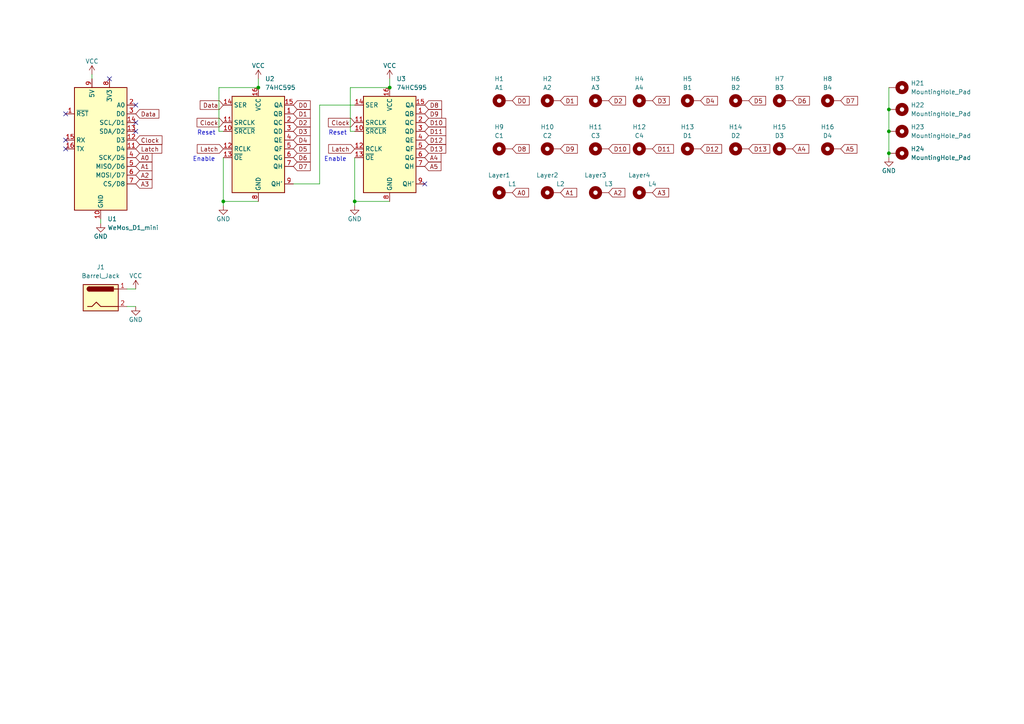
<source format=kicad_sch>
(kicad_sch (version 20231120) (generator "eeschema") (generator_version "8.0")
  (paper "A4")
  (lib_symbols
    (symbol "74xx:74HC595"
      (property "Reference" "U" (at -7.62 13.97 0))
      (property "Value" "74HC595" (at -7.62 -16.51 0))
      (symbol "74HC595_1_0"
        (pin tri_state line (at 10.16 7.62 180) (length 2.54) (name "QB") (number "1"))
        (pin input line (at -10.16 2.54 0) (length 2.54) (name "~{SRCLR}") (number "10"))
        (pin input line (at -10.16 5.08 0) (length 2.54) (name "SRCLK") (number "11"))
        (pin input line (at -10.16 -2.54 0) (length 2.54) (name "RCLK") (number "12"))
        (pin input line (at -10.16 -5.08 0) (length 2.54) (name "~{OE}") (number "13"))
        (pin input line (at -10.16 10.16 0) (length 2.54) (name "SER") (number "14"))
        (pin tri_state line (at 10.16 10.16 180) (length 2.54) (name "QA") (number "15"))
        (pin power_in line (at 0 15.24 270) (length 2.54) (name "VCC") (number "16"))
        (pin tri_state line (at 10.16 5.08 180) (length 2.54) (name "QC") (number "2"))
        (pin tri_state line (at 10.16 2.54 180) (length 2.54) (name "QD") (number "3"))
        (pin tri_state line (at 10.16 0 180) (length 2.54) (name "QE") (number "4"))
        (pin tri_state line (at 10.16 -2.54 180) (length 2.54) (name "QF") (number "5"))
        (pin tri_state line (at 10.16 -5.08 180) (length 2.54) (name "QG") (number "6"))
        (pin tri_state line (at 10.16 -7.62 180) (length 2.54) (name "QH") (number "7"))
        (pin power_in line (at 0 -17.78 90) (length 2.54) (name "GND") (number "8"))
        (pin output line (at 10.16 -12.7 180) (length 2.54) (name "QH'") (number "9"))
      )
      (symbol "74HC595_1_1"
        (rectangle (start -7.62 12.7) (end 7.62 -15.24) (stroke (width 0.254)) (fill (type background)))
      )
    )
    (symbol "Connector:Barrel_Jack" (pin_names (offset 1.016))
      (property "Reference" "J" (at 0 5.334 0))
      (property "Value" "Barrel_Jack" (at 0 -5.08 0))
      (symbol "Barrel_Jack_0_1"
        (rectangle (start -5.08 3.81) (end 5.08 -3.81) (stroke (width 0.254)) (fill (type background)))
        (arc (start -3.302 3.175) (mid -3.9343 2.54) (end -3.302 1.905) (stroke (width 0.254)))
        (arc (start -3.302 3.175) (mid -3.9343 2.54) (end -3.302 1.905) (stroke (width 0.254)) (fill (type outline)))
        (polyline (pts (xy 5.08 2.54) (xy 3.81 2.54)) (stroke (width 0.254)))
        (polyline (pts (xy -3.81 -2.54) (xy -2.54 -2.54) (xy -1.27 -1.27) (xy 0 -2.54) (xy 2.54 -2.54) (xy 5.08 -2.54)) (stroke (width 0.254)))
        (rectangle (start 3.683 3.175) (end -3.302 1.905) (stroke (width 0.254)) (fill (type outline)))
      )
      (symbol "Barrel_Jack_1_1"
        (pin passive line (at 7.62 2.54 180) (length 2.54) (name "~") (number "1"))
        (pin passive line (at 7.62 -2.54 180) (length 2.54) (name "~") (number "2"))
      )
    )
    (symbol "MCU_Module:WeMos_D1_mini"
      (property "Reference" "U" (at 3.81 19.05 0))
      (property "Value" "WeMos_D1_mini" (at 1.27 -19.05 0))
      (symbol "WeMos_D1_mini_1_1"
        (rectangle (start -7.62 17.78) (end 7.62 -17.78) (stroke (width 0.254)) (fill (type background)))
        (pin input line (at -10.16 10.16 0) (length 2.54) (name "~{RST}") (number "1"))
        (pin power_in line (at 0 -20.32 90) (length 2.54) (name "GND") (number "10"))
        (pin bidirectional line (at 10.16 0 180) (length 2.54) (name "D4") (number "11"))
        (pin bidirectional line (at 10.16 2.54 180) (length 2.54) (name "D3") (number "12"))
        (pin bidirectional line (at 10.16 5.08 180) (length 2.54) (name "SDA/D2") (number "13"))
        (pin bidirectional line (at 10.16 7.62 180) (length 2.54) (name "SCL/D1") (number "14"))
        (pin input line (at -10.16 2.54 0) (length 2.54) (name "RX") (number "15"))
        (pin output line (at -10.16 0 0) (length 2.54) (name "TX") (number "16"))
        (pin input line (at 10.16 12.7 180) (length 2.54) (name "A0") (number "2"))
        (pin bidirectional line (at 10.16 10.16 180) (length 2.54) (name "D0") (number "3"))
        (pin bidirectional line (at 10.16 -2.54 180) (length 2.54) (name "SCK/D5") (number "4"))
        (pin bidirectional line (at 10.16 -5.08 180) (length 2.54) (name "MISO/D6") (number "5"))
        (pin bidirectional line (at 10.16 -7.62 180) (length 2.54) (name "MOSI/D7") (number "6"))
        (pin bidirectional line (at 10.16 -10.16 180) (length 2.54) (name "CS/D8") (number "7"))
        (pin power_out line (at 2.54 20.32 270) (length 2.54) (name "3V3") (number "8"))
        (pin power_in line (at -2.54 20.32 270) (length 2.54) (name "5V") (number "9"))
      )
    )
    (symbol "Mechanical:MountingHole_Pad" (pin_numbers hide) (pin_names (offset 1.016) hide)
      (property "Reference" "H" (at 0 6.35 0))
      (property "Value" "MountingHole_Pad" (at 0 4.445 0))
      (symbol "MountingHole_Pad_0_1"
        (circle (center 0 1.27) (radius 1.27) (stroke (width 1.27)))
      )
      (symbol "MountingHole_Pad_1_1"
        (pin input line (at 0 -2.54 90) (length 2.54) (name "1") (number "1"))
      )
    )
    (symbol "power:GND" (power) (pin_names (offset 0))
      (property "Value" "GND" (at 0 -3.81 0))
      (symbol "GND_0_1"
        (polyline (pts (xy 0 0) (xy 0 -1.27) (xy 1.27 -1.27) (xy 0 -2.54) (xy -1.27 -1.27) (xy 0 -1.27)))
      )
      (symbol "GND_1_1"
        (pin power_in line (at 0 0 270) (length 0) hide (name "GND") (number "1"))
      )
    )
    (symbol "power:VCC" (power) (pin_names (offset 0))
      (property "Value" "VCC" (at 0 3.81 0))
      (symbol "VCC_0_1"
        (polyline (pts (xy -0.762 1.27) (xy 0 2.54)))
        (polyline (pts (xy 0 0) (xy 0 2.54)))
        (polyline (pts (xy 0 2.54) (xy 0.762 1.27)))
      )
      (symbol "VCC_1_1"
        (pin power_in line (at 0 0 90) (length 0) hide (name "VCC") (number "1"))
      )
    )
  )
  (junction (at 257.81 31.75))
  (junction (at 74.93 25.4))
  (junction (at 113.03 25.4))
  (junction (at 257.81 44.45))
  (junction (at 102.87 58.42))
  (junction (at 257.81 38.1))
  (junction (at 64.77 58.42))
  (no_connect (at 39.37 38.1))
  (no_connect (at 123.19 53.34))
  (no_connect (at 39.37 35.56))
  (no_connect (at 19.05 33.02))
  (no_connect (at 19.05 43.18))
  (no_connect (at 39.37 30.48))
  (no_connect (at 31.75 22.86))
  (no_connect (at 19.05 40.64))
  (wire (pts (xy 64.77 38.1) (xy 63.5 38.1)))
  (wire (pts (xy 102.87 58.42) (xy 113.03 58.42)))
  (wire (pts (xy 26.67 21.59) (xy 26.67 22.86)))
  (wire (pts (xy 29.21 63.5) (xy 29.21 64.77)))
  (wire (pts (xy 74.93 58.42) (xy 64.77 58.42)))
  (wire (pts (xy 101.6 25.4) (xy 113.03 25.4)))
  (wire (pts (xy 63.5 25.4) (xy 63.5 38.1)))
  (wire (pts (xy 113.03 22.86) (xy 113.03 25.4)))
  (wire (pts (xy 102.87 59.69) (xy 102.87 58.42)))
  (wire (pts (xy 85.09 53.34) (xy 92.71 53.34)))
  (wire (pts (xy 257.81 44.45) (xy 257.81 45.72)))
  (wire (pts (xy 257.81 25.4) (xy 257.81 31.75)))
  (wire (pts (xy 92.71 53.34) (xy 92.71 30.48)))
  (wire (pts (xy 92.71 30.48) (xy 102.87 30.48)))
  (wire (pts (xy 102.87 58.42) (xy 102.87 45.72)))
  (wire (pts (xy 64.77 58.42) (xy 64.77 59.69)))
  (wire (pts (xy 63.5 25.4) (xy 74.93 25.4)))
  (wire (pts (xy 36.83 88.9) (xy 39.37 88.9)))
  (wire (pts (xy 257.81 38.1) (xy 257.81 44.45)))
  (wire (pts (xy 102.87 38.1) (xy 101.6 38.1)))
  (wire (pts (xy 101.6 38.1) (xy 101.6 25.4)))
  (wire (pts (xy 74.93 22.86) (xy 74.93 25.4)))
  (wire (pts (xy 36.83 83.82) (xy 39.37 83.82)))
  (wire (pts (xy 64.77 45.72) (xy 64.77 58.42)))
  (wire (pts (xy 257.81 31.75) (xy 257.81 38.1)))
  (text "Reset" (at 57.15 39.37 0) (effects (font (size 1.27 1.27)) (justify left bottom)))
  (text "Enable" (at 55.88 46.99 0) (effects (font (size 1.27 1.27)) (justify left bottom)))
  (text "Reset" (at 95.25 39.37 0) (effects (font (size 1.27 1.27)) (justify left bottom)))
  (text "Enable" (at 93.98 46.99 0) (effects (font (size 1.27 1.27)) (justify left bottom)))
  (global_label "Clock" (shape input) (at 64.77 35.56 180) (property "Intersheetrefs" "${INTERSHEET_REFS}" (effects (hide yes))))
  (global_label "D9" (shape input) (at 162.56 43.18 0) (property "Intersheetrefs" "${INTERSHEET_REFS}" (effects (hide yes))))
  (global_label "D3" (shape input) (at 85.09 38.1 0) (property "Intersheetrefs" "${INTERSHEET_REFS}" (effects (hide yes))))
  (global_label "A5" (shape input) (at 123.19 48.26 0) (property "Intersheetrefs" "${INTERSHEET_REFS}" (effects (hide yes))))
  (global_label "Data" (shape input) (at 64.77 30.48 180) (property "Intersheetrefs" "${INTERSHEET_REFS}" (effects (hide yes))))
  (global_label "D0" (shape input) (at 148.59 29.21 0) (property "Intersheetrefs" "${INTERSHEET_REFS}" (effects (hide yes))))
  (global_label "D8" (shape input) (at 148.59 43.18 0) (property "Intersheetrefs" "${INTERSHEET_REFS}" (effects (hide yes))))
  (global_label "D6" (shape input) (at 229.87 29.21 0) (property "Intersheetrefs" "${INTERSHEET_REFS}" (effects (hide yes))))
  (global_label "D13" (shape input) (at 217.17 43.18 0) (property "Intersheetrefs" "${INTERSHEET_REFS}" (effects (hide yes))))
  (global_label "Latch" (shape input) (at 102.87 43.18 180) (property "Intersheetrefs" "${INTERSHEET_REFS}" (effects (hide yes))))
  (global_label "A0" (shape input) (at 39.37 45.72 0) (property "Intersheetrefs" "${INTERSHEET_REFS}" (effects (hide yes))))
  (global_label "D1" (shape input) (at 85.09 33.02 0) (property "Intersheetrefs" "${INTERSHEET_REFS}" (effects (hide yes))))
  (global_label "D3" (shape input) (at 189.23 29.21 0) (property "Intersheetrefs" "${INTERSHEET_REFS}" (effects (hide yes))))
  (global_label "A2" (shape input) (at 39.37 50.8 0) (property "Intersheetrefs" "${INTERSHEET_REFS}" (effects (hide yes))))
  (global_label "D6" (shape input) (at 85.09 45.72 0) (property "Intersheetrefs" "${INTERSHEET_REFS}" (effects (hide yes))))
  (global_label "D11" (shape input) (at 123.19 38.1 0) (property "Intersheetrefs" "${INTERSHEET_REFS}" (effects (hide yes))))
  (global_label "D2" (shape input) (at 85.09 35.56 0) (property "Intersheetrefs" "${INTERSHEET_REFS}" (effects (hide yes))))
  (global_label "A1" (shape input) (at 162.56 55.88 0) (property "Intersheetrefs" "${INTERSHEET_REFS}" (effects (hide yes))))
  (global_label "D10" (shape input) (at 123.19 35.56 0) (property "Intersheetrefs" "${INTERSHEET_REFS}" (effects (hide yes))))
  (global_label "D4" (shape input) (at 85.09 40.64 0) (property "Intersheetrefs" "${INTERSHEET_REFS}" (effects (hide yes))))
  (global_label "D5" (shape input) (at 85.09 43.18 0) (property "Intersheetrefs" "${INTERSHEET_REFS}" (effects (hide yes))))
  (global_label "Clock" (shape input) (at 39.37 40.64 0) (property "Intersheetrefs" "${INTERSHEET_REFS}" (effects (hide yes))))
  (global_label "A3" (shape input) (at 189.23 55.88 0) (property "Intersheetrefs" "${INTERSHEET_REFS}" (effects (hide yes))))
  (global_label "D0" (shape input) (at 85.09 30.48 0) (property "Intersheetrefs" "${INTERSHEET_REFS}" (effects (hide yes))))
  (global_label "Latch" (shape input) (at 64.77 43.18 180) (property "Intersheetrefs" "${INTERSHEET_REFS}" (effects (hide yes))))
  (global_label "A3" (shape input) (at 39.37 53.34 0) (property "Intersheetrefs" "${INTERSHEET_REFS}" (effects (hide yes))))
  (global_label "D4" (shape input) (at 203.2 29.21 0) (property "Intersheetrefs" "${INTERSHEET_REFS}" (effects (hide yes))))
  (global_label "D9" (shape input) (at 123.19 33.02 0) (property "Intersheetrefs" "${INTERSHEET_REFS}" (effects (hide yes))))
  (global_label "A4" (shape input) (at 123.19 45.72 0) (property "Intersheetrefs" "${INTERSHEET_REFS}" (effects (hide yes))))
  (global_label "D12" (shape input) (at 203.2 43.18 0) (property "Intersheetrefs" "${INTERSHEET_REFS}" (effects (hide yes))))
  (global_label "D10" (shape input) (at 176.53 43.18 0) (property "Intersheetrefs" "${INTERSHEET_REFS}" (effects (hide yes))))
  (global_label "D2" (shape input) (at 176.53 29.21 0) (property "Intersheetrefs" "${INTERSHEET_REFS}" (effects (hide yes))))
  (global_label "D8" (shape input) (at 123.19 30.48 0) (property "Intersheetrefs" "${INTERSHEET_REFS}" (effects (hide yes))))
  (global_label "Data" (shape input) (at 39.37 33.02 0) (property "Intersheetrefs" "${INTERSHEET_REFS}" (effects (hide yes))))
  (global_label "D11" (shape input) (at 189.23 43.18 0) (property "Intersheetrefs" "${INTERSHEET_REFS}" (effects (hide yes))))
  (global_label "D13" (shape input) (at 123.19 43.18 0) (property "Intersheetrefs" "${INTERSHEET_REFS}" (effects (hide yes))))
  (global_label "Clock" (shape input) (at 102.87 35.56 180) (property "Intersheetrefs" "${INTERSHEET_REFS}" (effects (hide yes))))
  (global_label "A5" (shape input) (at 243.84 43.18 0) (property "Intersheetrefs" "${INTERSHEET_REFS}" (effects (hide yes))))
  (global_label "Latch" (shape input) (at 39.37 43.18 0) (property "Intersheetrefs" "${INTERSHEET_REFS}" (effects (hide yes))))
  (global_label "D7" (shape input) (at 85.09 48.26 0) (property "Intersheetrefs" "${INTERSHEET_REFS}" (effects (hide yes))))
  (global_label "A1" (shape input) (at 39.37 48.26 0) (property "Intersheetrefs" "${INTERSHEET_REFS}" (effects (hide yes))))
  (global_label "A4" (shape input) (at 229.87 43.18 0) (property "Intersheetrefs" "${INTERSHEET_REFS}" (effects (hide yes))))
  (global_label "D5" (shape input) (at 217.17 29.21 0) (property "Intersheetrefs" "${INTERSHEET_REFS}" (effects (hide yes))))
  (global_label "D12" (shape input) (at 123.19 40.64 0) (property "Intersheetrefs" "${INTERSHEET_REFS}" (effects (hide yes))))
  (global_label "D7" (shape input) (at 243.84 29.21 0) (property "Intersheetrefs" "${INTERSHEET_REFS}" (effects (hide yes))))
  (global_label "D1" (shape input) (at 162.56 29.21 0) (property "Intersheetrefs" "${INTERSHEET_REFS}" (effects (hide yes))))
  (global_label "A2" (shape input) (at 176.53 55.88 0) (property "Intersheetrefs" "${INTERSHEET_REFS}" (effects (hide yes))))
  (global_label "A0" (shape input) (at 148.59 55.88 0) (property "Intersheetrefs" "${INTERSHEET_REFS}" (effects (hide yes))))
  (symbol (lib_id "Mechanical:MountingHole_Pad") (at 227.33 29.21 90) (unit 1)
    (property "Reference" "H7" (at 226.06 22.86 90))
    (property "Value" "B3" (at 226.06 25.4 90))
    (property "Footprint" "wirebase:wirebase_footprint" (effects (hide yes)))
  )
  (symbol (lib_id "Mechanical:MountingHole_Pad") (at 241.3 29.21 90) (unit 1)
    (property "Reference" "H8" (at 240.03 22.86 90))
    (property "Value" "B4" (at 240.03 25.4 90))
    (property "Footprint" "wirebase:wirebase_footprint" (effects (hide yes)))
  )
  (symbol (lib_id "Mechanical:MountingHole_Pad") (at 214.63 43.18 90) (unit 1)
    (property "Reference" "H14" (at 213.36 36.83 90))
    (property "Value" "D2" (at 213.36 39.37 90))
    (property "Footprint" "wirebase:wirebase_footprint" (effects (hide yes)))
  )
  (symbol (lib_id "Mechanical:MountingHole_Pad") (at 160.02 29.21 90) (unit 1)
    (property "Reference" "H2" (at 158.75 22.86 90))
    (property "Value" "A2" (at 158.75 25.4 90))
    (property "Footprint" "wirebase:wirebase_footprint" (effects (hide yes)))
  )
  (symbol (lib_id "74xx:74HC595") (at 74.93 40.64 0) (unit 1)
    (property "Reference" "U2" (at 76.8859 22.86 0) (effects (justify left)))
    (property "Value" "74HC595" (at 76.8859 25.4 0) (effects (justify left)))
    (property "Footprint" "Package_DIP:DIP-16_W7.62mm" (effects (hide yes)))
    (property "Datasheet" "http://www.ti.com/lit/ds/symlink/sn74hc595.pdf" (effects (hide yes)))
  )
  (symbol (lib_id "power:GND") (at 29.21 64.77 0) (unit 1)
    (property "Reference" "#PWR07" (effects (hide yes)))
    (property "Value" "GND" (at 29.21 68.58 0))
  )
  (symbol (lib_id "Mechanical:MountingHole_Pad") (at 214.63 29.21 90) (unit 1)
    (property "Reference" "H6" (at 213.36 22.86 90))
    (property "Value" "B2" (at 213.36 25.4 90))
    (property "Footprint" "wirebase:wirebase_footprint" (effects (hide yes)))
  )
  (symbol (lib_id "Mechanical:MountingHole_Pad") (at 260.35 25.4 270) (unit 1)
    (property "Reference" "H21" (at 264.16 24.13 90) (effects (justify left)))
    (property "Value" "MountingHole_Pad" (at 264.16 26.67 90) (effects (justify left)))
    (property "Footprint" "MountingHole:MountingHole_3mm_Pad_TopBottom" (effects (hide yes)))
  )
  (symbol (lib_id "Mechanical:MountingHole_Pad") (at 186.69 43.18 90) (unit 1)
    (property "Reference" "H12" (at 185.42 36.83 90))
    (property "Value" "C4" (at 185.42 39.37 90))
    (property "Footprint" "wirebase:wirebase_footprint" (effects (hide yes)))
  )
  (symbol (lib_id "Connector:Barrel_Jack") (at 29.21 86.36 0) (unit 1)
    (property "Reference" "J1" (at 29.21 77.47 0))
    (property "Value" "Barrel_Jack" (at 29.21 80.01 0))
    (property "Footprint" "Connector_BarrelJack:BarrelJack_Horizontal" (effects (hide yes)))
  )
  (symbol (lib_id "Mechanical:MountingHole_Pad") (at 200.66 43.18 90) (unit 1)
    (property "Reference" "H13" (at 199.39 36.83 90))
    (property "Value" "D1" (at 199.39 39.37 90))
    (property "Footprint" "wirebase:wirebase_footprint" (effects (hide yes)))
  )
  (symbol (lib_id "Mechanical:MountingHole_Pad") (at 241.3 43.18 90) (unit 1)
    (property "Reference" "H16" (at 240.03 36.83 90))
    (property "Value" "D4" (at 240.03 39.37 90))
    (property "Footprint" "wirebase:wirebase_footprint" (effects (hide yes)))
  )
  (symbol (lib_id "Mechanical:MountingHole_Pad") (at 173.99 29.21 90) (unit 1)
    (property "Reference" "H3" (at 172.72 22.86 90))
    (property "Value" "A3" (at 172.72 25.4 90))
    (property "Footprint" "wirebase:wirebase_footprint" (effects (hide yes)))
  )
  (symbol (lib_id "Mechanical:MountingHole_Pad") (at 260.35 44.45 270) (unit 1)
    (property "Reference" "H24" (at 264.16 43.18 90) (effects (justify left)))
    (property "Value" "MountingHole_Pad" (at 264.16 45.72 90) (effects (justify left)))
    (property "Footprint" "MountingHole:MountingHole_3mm_Pad_TopBottom" (effects (hide yes)))
  )
  (symbol (lib_id "Mechanical:MountingHole_Pad") (at 160.02 43.18 90) (unit 1)
    (property "Reference" "H10" (at 158.75 36.83 90))
    (property "Value" "C2" (at 158.75 39.37 90))
    (property "Footprint" "wirebase:wirebase_footprint" (effects (hide yes)))
  )
  (symbol (lib_id "power:VCC") (at 113.03 22.86 0) (unit 1)
    (property "Reference" "#PWR04" (effects (hide yes)))
    (property "Value" "VCC" (at 113.03 19.05 0))
  )
  (symbol (lib_id "power:VCC") (at 26.67 21.59 0) (unit 1)
    (property "Reference" "#PWR06" (effects (hide yes)))
    (property "Value" "VCC" (at 26.67 17.78 0))
  )
  (symbol (lib_id "74xx:74HC595") (at 113.03 40.64 0) (unit 1)
    (property "Reference" "U3" (at 114.9859 22.86 0) (effects (justify left)))
    (property "Value" "74HC595" (at 114.9859 25.4 0) (effects (justify left)))
    (property "Footprint" "Package_DIP:DIP-16_W7.62mm" (effects (hide yes)))
    (property "Datasheet" "http://www.ti.com/lit/ds/symlink/sn74hc595.pdf" (effects (hide yes)))
  )
  (symbol (lib_id "Mechanical:MountingHole_Pad") (at 260.35 31.75 270) (unit 1)
    (property "Reference" "H22" (at 264.16 30.48 90) (effects (justify left)))
    (property "Value" "MountingHole_Pad" (at 264.16 33.02 90) (effects (justify left)))
    (property "Footprint" "MountingHole:MountingHole_3mm_Pad_TopBottom" (effects (hide yes)))
  )
  (symbol (lib_id "Mechanical:MountingHole_Pad") (at 173.99 43.18 90) (unit 1)
    (property "Reference" "H11" (at 172.72 36.83 90))
    (property "Value" "C3" (at 172.72 39.37 90))
    (property "Footprint" "wirebase:wirebase_footprint" (effects (hide yes)))
  )
  (symbol (lib_id "Mechanical:MountingHole_Pad") (at 227.33 43.18 90) (unit 1)
    (property "Reference" "H15" (at 226.06 36.83 90))
    (property "Value" "D3" (at 226.06 39.37 90))
    (property "Footprint" "wirebase:wirebase_footprint" (effects (hide yes)))
  )
  (symbol (lib_id "power:GND") (at 64.77 59.69 0) (unit 1)
    (property "Reference" "#PWR02" (effects (hide yes)))
    (property "Value" "GND" (at 64.77 63.5 0))
  )
  (symbol (lib_id "power:GND") (at 102.87 59.69 0) (unit 1)
    (property "Reference" "#PWR03" (effects (hide yes)))
    (property "Value" "GND" (at 102.87 63.5 0))
  )
  (symbol (lib_id "Mechanical:MountingHole_Pad") (at 146.05 55.88 90) (unit 1)
    (property "Reference" "L1" (at 148.59 53.34 90))
    (property "Value" "Layer1" (at 144.78 50.8 90))
    (property "Footprint" "wirebase:wirebase_footprint" (effects (hide yes)))
  )
  (symbol (lib_id "Mechanical:MountingHole_Pad") (at 200.66 29.21 90) (unit 1)
    (property "Reference" "H5" (at 199.39 22.86 90))
    (property "Value" "B1" (at 199.39 25.4 90))
    (property "Footprint" "wirebase:wirebase_footprint" (effects (hide yes)))
  )
  (symbol (lib_id "MCU_Module:WeMos_D1_mini") (at 29.21 43.18 0) (unit 1)
    (property "Reference" "U1" (at 31.1659 63.5 0) (effects (justify left)))
    (property "Value" "WeMos_D1_mini" (at 31.1659 66.04 0) (effects (justify left)))
    (property "Footprint" "Module:WEMOS_D1_mini_light" (effects (hide yes)))
    (property "Datasheet" "https://wiki.wemos.cc/products:d1:d1_mini#documentation" (effects (hide yes)))
  )
  (symbol (lib_id "power:VCC") (at 39.37 83.82 0) (unit 1)
    (property "Reference" "#PWR010" (effects (hide yes)))
    (property "Value" "VCC" (at 39.37 80.01 0))
  )
  (symbol (lib_id "Mechanical:MountingHole_Pad") (at 186.69 55.88 90) (unit 1)
    (property "Reference" "L4" (at 189.23 53.34 90))
    (property "Value" "Layer4" (at 185.42 50.8 90))
    (property "Footprint" "wirebase:wirebase_footprint" (effects (hide yes)))
  )
  (symbol (lib_id "Mechanical:MountingHole_Pad") (at 146.05 43.18 90) (unit 1)
    (property "Reference" "H9" (at 144.78 36.83 90))
    (property "Value" "C1" (at 144.78 39.37 90))
    (property "Footprint" "wirebase:wirebase_footprint" (effects (hide yes)))
  )
  (symbol (lib_id "power:GND") (at 257.81 45.72 0) (unit 1)
    (property "Reference" "#PWR01" (effects (hide yes)))
    (property "Value" "GND" (at 257.81 49.53 0))
  )
  (symbol (lib_id "power:GND") (at 39.37 88.9 0) (unit 1)
    (property "Reference" "#PWR011" (effects (hide yes)))
    (property "Value" "GND" (at 39.37 92.71 0))
  )
  (symbol (lib_id "Mechanical:MountingHole_Pad") (at 186.69 29.21 90) (unit 1)
    (property "Reference" "H4" (at 185.42 22.86 90))
    (property "Value" "A4" (at 185.42 25.4 90))
    (property "Footprint" "wirebase:wirebase_footprint" (effects (hide yes)))
  )
  (symbol (lib_id "Mechanical:MountingHole_Pad") (at 146.05 29.21 90) (unit 1)
    (property "Reference" "H1" (at 144.78 22.86 90))
    (property "Value" "A1" (at 144.78 25.4 90))
    (property "Footprint" "wirebase:wirebase_footprint" (effects (hide yes)))
  )
  (symbol (lib_id "Mechanical:MountingHole_Pad") (at 173.99 55.88 90) (unit 1)
    (property "Reference" "L3" (at 176.53 53.34 90))
    (property "Value" "Layer3" (at 172.72 50.8 90))
    (property "Footprint" "wirebase:wirebase_footprint" (effects (hide yes)))
  )
  (symbol (lib_id "power:VCC") (at 74.93 22.86 0) (unit 1)
    (property "Reference" "#PWR05" (effects (hide yes)))
    (property "Value" "VCC" (at 74.93 19.05 0))
  )
  (symbol (lib_id "Mechanical:MountingHole_Pad") (at 160.02 55.88 90) (unit 1)
    (property "Reference" "L2" (at 162.56 53.34 90))
    (property "Value" "Layer2" (at 158.75 50.8 90))
    (property "Footprint" "wirebase:wirebase_footprint" (effects (hide yes)))
  )
  (symbol (lib_id "Mechanical:MountingHole_Pad") (at 260.35 38.1 270) (unit 1)
    (property "Reference" "H23" (at 264.16 36.83 90) (effects (justify left)))
    (property "Value" "MountingHole_Pad" (at 264.16 39.37 90) (effects (justify left)))
    (property "Footprint" "MountingHole:MountingHole_3mm_Pad_TopBottom" (effects (hide yes)))
  )
)
</source>
